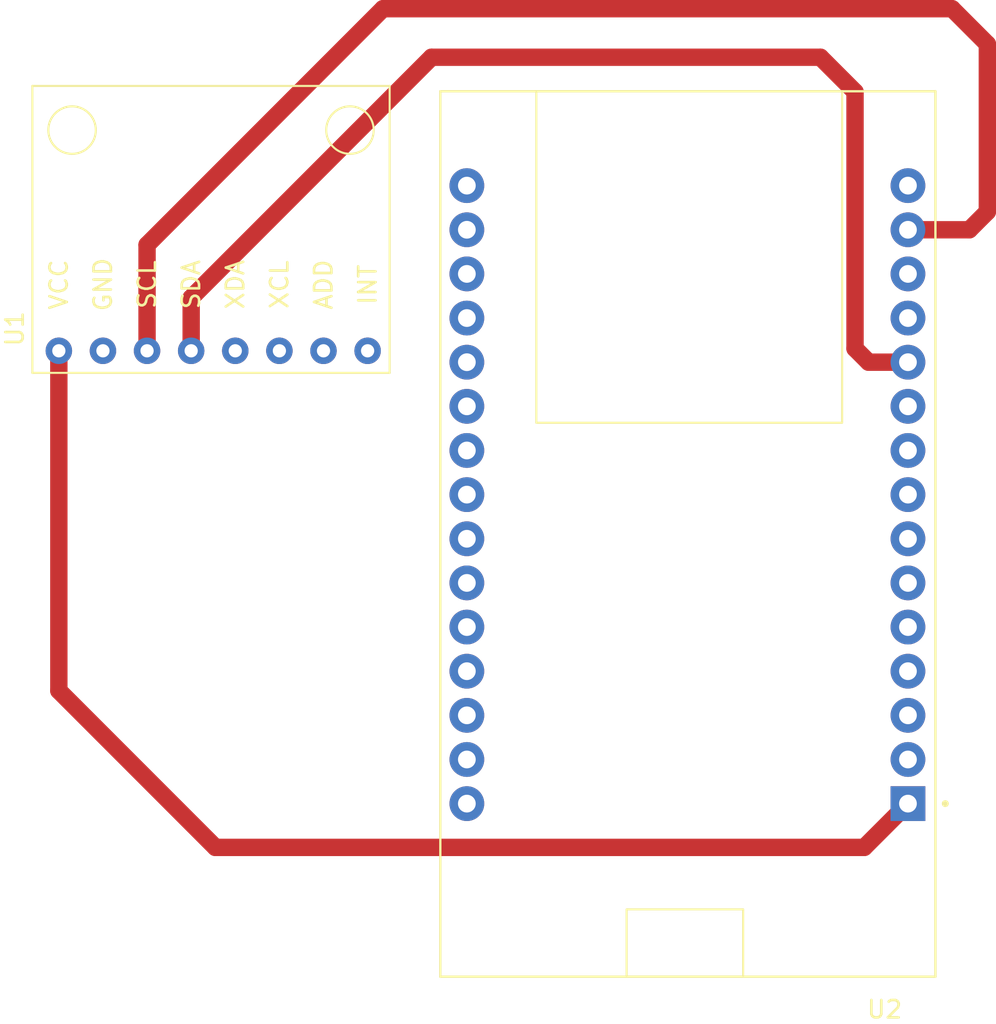
<source format=kicad_pcb>
(kicad_pcb (version 20211014) (generator pcbnew)
  (layers (0 "F.Cu" signal) (31 "B.Cu" signal) (34 "B.Paste" user) (35 "F.Paste" user) (36 "B.SilkS" user "B.Silkscreen") (37 "F.SilkS" user "F.Silkscreen") (38 "B.Mask" user) (39 "F.Mask" user) (44 "Edge.Cuts" user))
  (net 0 "")
  (net 1 "3v3")
  (net 2 "gnd")
  (net 3 "Net-(U1-Pad3)")
  (net 4 "Net-(U1-Pad4)")
  (net 35 "Net-(U2-Pad30)")
  (footprint "usini_sensors:module_mpu6050" (layer "F.Cu") (at 140.843 59.817 90)
    (fp_text reference "U1" (at 1.27 -20.32 90) (layer "F.SilkS"))
    (fp_text value "module_mpu6050")
    (fp_text user "XDA" (at 3.81 -7.62 90) (layer "F.SilkS"))
    (fp_text user "INT" (at 3.81 0 90) (layer "F.SilkS"))
    (fp_text user "ADD" (at 3.81 -2.54 90) (layer "F.SilkS"))
    (fp_text user "SCL" (at 3.81 -12.7 90) (layer "F.SilkS"))
    (fp_text user "XCL" (at 3.81 -5.08 90) (layer "F.SilkS"))
    (fp_text user "SDA" (at 3.81 -10.16 90) (layer "F.SilkS"))
    (fp_text user "VCC" (at 3.81 -17.78 90) (layer "F.SilkS"))
    (fp_text user "GND" (at 3.81 -15.24 90) (layer "F.SilkS"))
    (fp_line (start -1.27 -19.304) (end 15.24 -19.304) (layer "F.SilkS") (width 0.12))
    (fp_line (start -1.27 1.27) (end -1.27 -19.304) (layer "F.SilkS") (width 0.12))
    (fp_line (start 15.24 1.27) (end -1.27 1.27) (layer "F.SilkS") (width 0.12))
    (fp_line (start 15.24 -19.304) (end 15.24 1.27) (layer "F.SilkS") (width 0.12))
    (fp_circle (center 12.7 -17.018) (end 13.208 -15.748) (layer "F.SilkS") (width 0.12) (fill none))
    (fp_circle (center 12.7 -1.016) (end 13.208 0.254) (layer "F.SilkS") (width 0.12) (fill none))
    (pad "1" thru_hole circle locked (at 0 -17.78 90) (size 1.524 1.524) (drill 0.762) (layers *.Cu *.Mask) (net 1 "3v3"))
    (pad "2" thru_hole circle locked (at 0 -15.24 90) (size 1.524 1.524) (drill 0.762) (layers *.Cu *.Mask) (net 2 "gnd"))
    (pad "3" thru_hole circle locked (at 0 -12.7 90) (size 1.524 1.524) (drill 0.762) (layers *.Cu *.Mask) (net 3 "Net-(U1-Pad3)"))
    (pad "4" thru_hole circle locked (at 0 -10.16 90) (size 1.524 1.524) (drill 0.762) (layers *.Cu *.Mask) (net 4 "Net-(U1-Pad4)"))
    (pad "5" thru_hole circle locked (at 0 -7.62 90) (size 1.524 1.524) (drill 0.762) (layers *.Cu *.Mask))
    (pad "6" thru_hole circle locked (at 0 -5.08 90) (size 1.524 1.524) (drill 0.762) (layers *.Cu *.Mask))
    (pad "7" thru_hole circle locked (at 0 -2.54 90) (size 1.524 1.524) (drill 0.762) (layers *.Cu *.Mask))
    (pad "8" thru_hole circle locked (at 0 0 90) (size 1.524 1.524) (drill 0.762) (layers *.Cu *.Mask))
  )
  (footprint "ESP32-DEVKIT-V1:MODULE_ESP32_DEVKIT_V1" (layer "F.Cu") (at 159.258 70.358 180)
    (fp_text reference "U2" (at -11.355 -27.36 180) (layer "F.SilkS"))
    (fp_text value "ESP32-DEVKIT-V1")
    (fp_line (start 14.23 25.475) (end -14.28 25.475) (layer "F.SilkS") (width 0.127))
    (fp_line (start 14.23 -25.475) (end 14.23 25.475) (layer "F.SilkS") (width 0.127))
    (fp_line (start -8.91 25.475) (end 8.78 25.475) (layer "F.SilkS") (width 0.127))
    (fp_line (start -14.28 25.475) (end -14.28 -25.475) (layer "F.SilkS") (width 0.127))
    (fp_line (start -3.211 -25.475) (end 3.5 -25.475) (layer "F.SilkS") (width 0.127))
    (fp_line (start 3.5 -25.475) (end 14.23 -25.475) (layer "F.SilkS") (width 0.127))
    (fp_line (start 8.78 25.475) (end 14.23 25.475) (layer "F.SilkS") (width 0.127))
    (fp_line (start 14.23 -25.475) (end 14.23 25.475) (layer "F.SilkS") (width 0.127))
    (fp_line (start -14.28 -25.475) (end -3.211 -25.475) (layer "F.SilkS") (width 0.127))
    (fp_line (start -14.28 25.475) (end -8.91 25.475) (layer "F.SilkS") (width 0.127))
    (fp_line (start -14.28 25.475) (end -14.28 -25.475) (layer "F.SilkS") (width 0.127))
    (fp_line (start -14.28 -25.475) (end 14.23 -25.475) (layer "F.SilkS") (width 0.127))
    (fp_rect (start -8.91 25.475) (end 8.7 6.4) (layer "F.SilkS") (width 0.12) (fill none))
    (fp_rect (start -3.211 -25.475) (end 3.5 -21.6) (layer "F.SilkS") (width 0.12) (fill none))
    (fp_circle (center -14.85 -15.515) (end -14.75 -15.515) (layer "F.SilkS") (width 0.2) (fill none))
    (pad "" np_thru_hole circle (at 12.23 23.475 180) (size 3 3) (drill 3) (layers *.Cu *.Mask))
    (pad "" np_thru_hole circle (at -12.28 -23.475 180) (size 3 3) (drill 3) (layers *.Cu *.Mask))
    (pad "" np_thru_hole circle (at -12.28 23.475 180) (size 3 3) (drill 3) (layers *.Cu *.Mask))
    (pad "" np_thru_hole circle (at 12.23 -23.475 180) (size 3 3) (drill 3) (layers *.Cu *.Mask))
    (pad "1" thru_hole rect (at -12.7 -15.515 180) (size 2 2) (drill 1.02) (layers *.Cu *.Mask) (net 1 "3v3"))
    (pad "2" thru_hole circle (at -12.7 -12.975 180) (size 2 2) (drill 1.02) (layers *.Cu *.Mask))
    (pad "3" thru_hole circle (at -12.7 -10.435 180) (size 2 2) (drill 1.02) (layers *.Cu *.Mask))
    (pad "4" thru_hole circle (at -12.7 -7.895 180) (size 2 2) (drill 1.02) (layers *.Cu *.Mask))
    (pad "5" thru_hole circle (at -12.7 -5.355 180) (size 2 2) (drill 1.02) (layers *.Cu *.Mask))
    (pad "6" thru_hole circle (at -12.7 -2.815 180) (size 2 2) (drill 1.02) (layers *.Cu *.Mask))
    (pad "7" thru_hole circle (at -12.7 -0.275 180) (size 2 2) (drill 1.02) (layers *.Cu *.Mask))
    (pad "8" thru_hole circle (at -12.7 2.265 180) (size 2 2) (drill 1.02) (layers *.Cu *.Mask))
    (pad "9" thru_hole circle (at -12.7 4.805 180) (size 2 2) (drill 1.02) (layers *.Cu *.Mask))
    (pad "10" thru_hole circle (at -12.7 7.345 180) (size 2 2) (drill 1.02) (layers *.Cu *.Mask))
    (pad "11" thru_hole circle (at -12.7 9.885 180) (size 2 2) (drill 1.02) (layers *.Cu *.Mask) (net 4 "Net-(U1-Pad4)"))
    (pad "12" thru_hole circle (at -12.7 12.425 180) (size 2 2) (drill 1.02) (layers *.Cu *.Mask))
    (pad "13" thru_hole circle (at -12.7 14.965 180) (size 2 2) (drill 1.02) (layers *.Cu *.Mask))
    (pad "14" thru_hole circle (at -12.7 17.505 180) (size 2 2) (drill 1.02) (layers *.Cu *.Mask) (net 3 "Net-(U1-Pad3)"))
    (pad "15" thru_hole circle (at -12.7 20.045 180) (size 2 2) (drill 1.02) (layers *.Cu *.Mask))
    (pad "16" thru_hole circle (at 12.7 20.045 180) (size 2 2) (drill 1.02) (layers *.Cu *.Mask))
    (pad "17" thru_hole circle (at 12.7 17.505 180) (size 2 2) (drill 1.02) (layers *.Cu *.Mask))
    (pad "18" thru_hole circle (at 12.7 14.965 180) (size 2 2) (drill 1.02) (layers *.Cu *.Mask))
    (pad "19" thru_hole circle (at 12.7 12.425 180) (size 2 2) (drill 1.02) (layers *.Cu *.Mask))
    (pad "20" thru_hole circle (at 12.7 9.885 180) (size 2 2) (drill 1.02) (layers *.Cu *.Mask))
    (pad "21" thru_hole circle (at 12.7 7.345 180) (size 2 2) (drill 1.02) (layers *.Cu *.Mask))
    (pad "22" thru_hole circle (at 12.7 4.805 180) (size 2 2) (drill 1.02) (layers *.Cu *.Mask))
    (pad "23" thru_hole circle (at 12.7 2.265 180) (size 2 2) (drill 1.02) (layers *.Cu *.Mask))
    (pad "24" thru_hole circle (at 12.7 -0.275 180) (size 2 2) (drill 1.02) (layers *.Cu *.Mask))
    (pad "25" thru_hole circle (at 12.7 -2.815 180) (size 2 2) (drill 1.02) (layers *.Cu *.Mask))
    (pad "26" thru_hole circle (at 12.7 -5.355 180) (size 2 2) (drill 1.02) (layers *.Cu *.Mask))
    (pad "27" thru_hole circle (at 12.7 -7.895 180) (size 2 2) (drill 1.02) (layers *.Cu *.Mask))
    (pad "28" thru_hole circle (at 12.7 -10.435 180) (size 2 2) (drill 1.02) (layers *.Cu *.Mask))
    (pad "29" thru_hole circle (at 12.7 -12.975 180) (size 2 2) (drill 1.02) (layers *.Cu *.Mask))
    (pad "30" thru_hole circle (at 12.7 -15.515 180) (size 2 2) (drill 1.02) (layers *.Cu *.Mask) (net 35 "Net-(U2-Pad30)"))
  )
  (segment (start 132.08 88.392) (end 169.439 88.392) (width 1) (layer "F.Cu") (net 1))
  (segment (start 123.063 79.375) (end 132.08 88.392) (width 1) (layer "F.Cu") (net 1))
  (segment (start 123.063 59.817) (end 123.063 79.375) (width 1) (layer "F.Cu") (net 1))
  (segment (start 169.439 88.392) (end 171.958 85.873) (width 1) (layer "F.Cu") (net 1))
  (segment (start 175.493 52.853) (end 171.958 52.853) (width 1) (layer "F.Cu") (net 3))
  (segment (start 176.53 51.816) (end 175.493 52.853) (width 1) (layer "F.Cu") (net 3))
  (segment (start 128.143 53.721) (end 141.732 40.132) (width 1) (layer "F.Cu") (net 3))
  (segment (start 128.143 59.817) (end 128.143 53.721) (width 1) (layer "F.Cu") (net 3))
  (segment (start 176.53 42.164) (end 176.53 51.816) (width 1) (layer "F.Cu") (net 3))
  (segment (start 174.498 40.132) (end 176.53 42.164) (width 1) (layer "F.Cu") (net 3))
  (segment (start 141.732 40.132) (end 174.498 40.132) (width 1) (layer "F.Cu") (net 3))
  (segment (start 168.91 44.917864) (end 168.91 59.69) (width 1) (layer "F.Cu") (net 4))
  (segment (start 168.91 59.69) (end 169.693 60.473) (width 1) (layer "F.Cu") (net 4))
  (segment (start 130.683 59.817) (end 130.683 56.769) (width 1) (layer "F.Cu") (net 4))
  (segment (start 169.693 60.473) (end 171.958 60.473) (width 1) (layer "F.Cu") (net 4))
  (segment (start 130.683 56.769) (end 144.526 42.926) (width 1) (layer "F.Cu") (net 4))
  (segment (start 166.918136 42.926) (end 168.91 44.917864) (width 1) (layer "F.Cu") (net 4))
  (segment (start 144.526 42.926) (end 166.918136 42.926) (width 1) (layer "F.Cu") (net 4))
)
</source>
